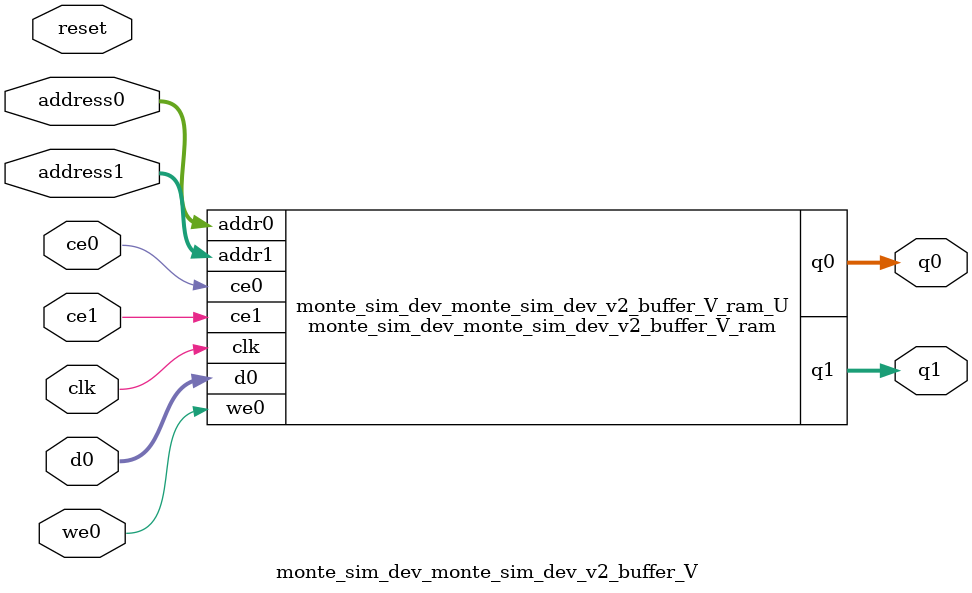
<source format=v>
`timescale 1 ns / 1 ps
module monte_sim_dev_monte_sim_dev_v2_buffer_V_ram (addr0, ce0, d0, we0, q0, addr1, ce1, q1,  clk);

parameter DWIDTH = 32;
parameter AWIDTH = 10;
parameter MEM_SIZE = 1024;

input[AWIDTH-1:0] addr0;
input ce0;
input[DWIDTH-1:0] d0;
input we0;
output reg[DWIDTH-1:0] q0;
input[AWIDTH-1:0] addr1;
input ce1;
output reg[DWIDTH-1:0] q1;
input clk;

(* ram_style = "block" *)reg [DWIDTH-1:0] ram[0:MEM_SIZE-1];




always @(posedge clk)  
begin 
    if (ce0) begin
        if (we0) 
            ram[addr0] <= d0; 
        q0 <= ram[addr0];
    end
end


always @(posedge clk)  
begin 
    if (ce1) begin
        q1 <= ram[addr1];
    end
end


endmodule

`timescale 1 ns / 1 ps
module monte_sim_dev_monte_sim_dev_v2_buffer_V(
    reset,
    clk,
    address0,
    ce0,
    we0,
    d0,
    q0,
    address1,
    ce1,
    q1);

parameter DataWidth = 32'd32;
parameter AddressRange = 32'd1024;
parameter AddressWidth = 32'd10;
input reset;
input clk;
input[AddressWidth - 1:0] address0;
input ce0;
input we0;
input[DataWidth - 1:0] d0;
output[DataWidth - 1:0] q0;
input[AddressWidth - 1:0] address1;
input ce1;
output[DataWidth - 1:0] q1;



monte_sim_dev_monte_sim_dev_v2_buffer_V_ram monte_sim_dev_monte_sim_dev_v2_buffer_V_ram_U(
    .clk( clk ),
    .addr0( address0 ),
    .ce0( ce0 ),
    .we0( we0 ),
    .d0( d0 ),
    .q0( q0 ),
    .addr1( address1 ),
    .ce1( ce1 ),
    .q1( q1 ));

endmodule


</source>
